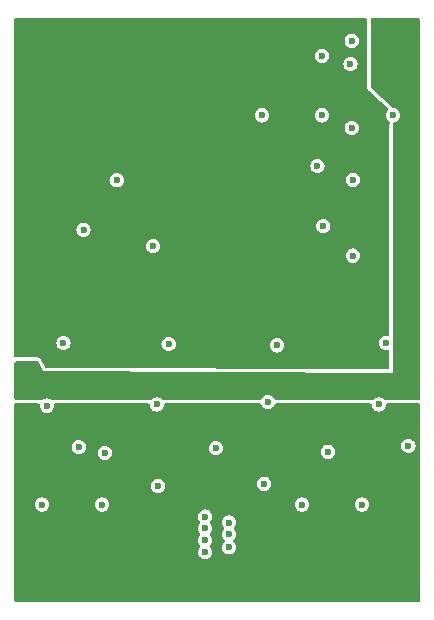
<source format=gbr>
%TF.GenerationSoftware,KiCad,Pcbnew,8.0.3-8.0.3-0~ubuntu22.04.1*%
%TF.CreationDate,2024-07-15T21:36:58+02:00*%
%TF.ProjectId,MT2AO8,4d543241-4f38-42e6-9b69-6361645f7063,rev?*%
%TF.SameCoordinates,Original*%
%TF.FileFunction,Copper,L2,Inr*%
%TF.FilePolarity,Positive*%
%FSLAX46Y46*%
G04 Gerber Fmt 4.6, Leading zero omitted, Abs format (unit mm)*
G04 Created by KiCad (PCBNEW 8.0.3-8.0.3-0~ubuntu22.04.1) date 2024-07-15 21:36:58*
%MOMM*%
%LPD*%
G01*
G04 APERTURE LIST*
%TA.AperFunction,ViaPad*%
%ADD10C,0.600000*%
%TD*%
G04 APERTURE END LIST*
D10*
%TO.N,*%
X152000000Y-115500000D03*
X150000000Y-114000000D03*
X150000000Y-115000000D03*
X152000000Y-114500000D03*
X150000000Y-116000000D03*
X152000000Y-116600000D03*
X150000000Y-117000000D03*
%TO.N,+5V*%
X165900000Y-80025000D03*
%TO.N,GND*%
X143000000Y-97200000D03*
X136700000Y-95500000D03*
X138900000Y-77600000D03*
X142600000Y-111300000D03*
X160700000Y-97100000D03*
X136700000Y-93500000D03*
X136700000Y-94500000D03*
X158490000Y-97100000D03*
X138900000Y-99700000D03*
X157200000Y-98000000D03*
X143900000Y-119000000D03*
X148000000Y-100000000D03*
X138600000Y-97400000D03*
X140800000Y-97300000D03*
X163000000Y-97100000D03*
X157200000Y-97100000D03*
%TO.N,+12V*%
X142300000Y-102600000D03*
X161000000Y-102500000D03*
X163100000Y-103700000D03*
X153600000Y-103500000D03*
X144600000Y-103500000D03*
X151800000Y-102600000D03*
X135100000Y-102400000D03*
X164900000Y-76100000D03*
X164900000Y-73900000D03*
%TO.N,+3V3*%
X162500000Y-91900000D03*
X145600000Y-91100000D03*
X162400000Y-81100000D03*
X139700000Y-89700000D03*
X160000000Y-89400000D03*
%TO.N,-12V*%
X150900000Y-108200000D03*
X162300000Y-75700000D03*
X141500000Y-108600000D03*
X162400000Y-73700000D03*
X139300000Y-108100000D03*
X167200000Y-108000000D03*
X160400000Y-108500000D03*
%TO.N,VREF_DAC*%
X165300000Y-99300000D03*
X146900000Y-99400000D03*
X146000000Y-111400000D03*
X138000000Y-99300000D03*
X154993455Y-111206545D03*
X156100000Y-99500000D03*
%TO.N,AO_CH0+*%
X136190000Y-112975000D03*
%TO.N,AO_CH1+*%
X136600000Y-104600000D03*
%TO.N,AO_CH2+*%
X141270000Y-112975000D03*
%TO.N,AO_CH3+*%
X145900000Y-104500000D03*
%TO.N,RX_DAC0*%
X159890000Y-80025000D03*
%TO.N,CS_DAC*%
X159500000Y-84336500D03*
X154810000Y-80025000D03*
%TO.N,RX_DAC1*%
X159890000Y-74975000D03*
%TO.N,CLK_DAC*%
X162500000Y-85480000D03*
X142500000Y-85530000D03*
%TO.N,AO_CH6+*%
X163270000Y-112975000D03*
%TO.N,AO_CH5+*%
X155300000Y-104300000D03*
%TO.N,AO_CH7+*%
X164700000Y-104500000D03*
%TO.N,AO_CH4+*%
X158190000Y-112975000D03*
%TD*%
%TA.AperFunction,Conductor*%
%TO.N,+12V*%
G36*
X168142539Y-71820185D02*
G01*
X168188294Y-71872989D01*
X168199500Y-71924500D01*
X168199500Y-103976000D01*
X168179815Y-104043039D01*
X168127011Y-104088794D01*
X168075500Y-104100000D01*
X165207233Y-104100000D01*
X165140194Y-104080315D01*
X165131747Y-104074376D01*
X165002842Y-103975464D01*
X164856762Y-103914956D01*
X164856760Y-103914955D01*
X164700001Y-103894318D01*
X164699999Y-103894318D01*
X164543239Y-103914955D01*
X164543237Y-103914956D01*
X164397157Y-103975464D01*
X164268253Y-104074376D01*
X164203084Y-104099570D01*
X164192767Y-104100000D01*
X155949988Y-104100000D01*
X155882949Y-104080315D01*
X155837194Y-104027511D01*
X155835427Y-104023452D01*
X155824537Y-103997161D01*
X155824536Y-103997160D01*
X155824536Y-103997159D01*
X155728282Y-103871718D01*
X155602841Y-103775464D01*
X155456762Y-103714956D01*
X155456760Y-103714955D01*
X155300001Y-103694318D01*
X155299999Y-103694318D01*
X155143239Y-103714955D01*
X155143237Y-103714956D01*
X154997160Y-103775463D01*
X154871718Y-103871718D01*
X154775462Y-103997161D01*
X154764573Y-104023452D01*
X154720733Y-104077856D01*
X154654439Y-104099921D01*
X154650012Y-104100000D01*
X146407233Y-104100000D01*
X146340194Y-104080315D01*
X146331747Y-104074376D01*
X146202842Y-103975464D01*
X146056762Y-103914956D01*
X146056760Y-103914955D01*
X145900001Y-103894318D01*
X145899999Y-103894318D01*
X145743239Y-103914955D01*
X145743237Y-103914956D01*
X145597157Y-103975464D01*
X145468253Y-104074376D01*
X145403084Y-104099570D01*
X145392767Y-104100000D01*
X136976908Y-104100000D01*
X136909869Y-104080315D01*
X136903561Y-104075880D01*
X136902842Y-104075465D01*
X136902841Y-104075464D01*
X136902839Y-104075463D01*
X136902837Y-104075462D01*
X136756762Y-104014956D01*
X136756760Y-104014955D01*
X136600001Y-103994318D01*
X136599999Y-103994318D01*
X136443239Y-104014955D01*
X136443237Y-104014956D01*
X136297162Y-104075462D01*
X136290125Y-104079526D01*
X136289236Y-104077987D01*
X136233411Y-104099570D01*
X136223092Y-104100000D01*
X133924500Y-104100000D01*
X133857461Y-104080315D01*
X133811706Y-104027511D01*
X133800500Y-103976000D01*
X133800500Y-101136794D01*
X133820185Y-101069755D01*
X133821326Y-101068011D01*
X133963189Y-100855217D01*
X134016754Y-100810356D01*
X134066363Y-100800000D01*
X135727037Y-100800000D01*
X135794076Y-100819685D01*
X135835432Y-100863780D01*
X136299999Y-101699999D01*
X136300000Y-101700000D01*
X165899999Y-101800000D01*
X165900000Y-101800000D01*
X165900000Y-99351285D01*
X165901061Y-99335099D01*
X165905682Y-99299999D01*
X165905682Y-99299998D01*
X165901061Y-99264899D01*
X165900000Y-99248714D01*
X165900000Y-80739426D01*
X165919685Y-80672387D01*
X165972489Y-80626632D01*
X166007812Y-80616488D01*
X166056762Y-80610044D01*
X166202841Y-80549536D01*
X166328282Y-80453282D01*
X166424536Y-80327841D01*
X166485044Y-80181762D01*
X166505682Y-80025000D01*
X166485044Y-79868238D01*
X166424536Y-79722159D01*
X166328282Y-79596718D01*
X166202841Y-79500464D01*
X166056762Y-79439956D01*
X166038192Y-79437511D01*
X165963277Y-79427648D01*
X165899380Y-79399381D01*
X165896780Y-79397119D01*
X164041317Y-77736967D01*
X164004482Y-77677596D01*
X164000000Y-77644557D01*
X164000000Y-71924500D01*
X164019685Y-71857461D01*
X164072489Y-71811706D01*
X164124000Y-71800500D01*
X168075500Y-71800500D01*
X168142539Y-71820185D01*
G37*
%TD.AperFunction*%
%TD*%
%TA.AperFunction,Conductor*%
%TO.N,GND*%
G36*
X135945569Y-104425185D02*
G01*
X135991324Y-104477989D01*
X136001469Y-104545686D01*
X135994318Y-104600000D01*
X135994318Y-104600001D01*
X136014955Y-104756760D01*
X136014956Y-104756762D01*
X136075464Y-104902841D01*
X136171718Y-105028282D01*
X136297159Y-105124536D01*
X136443238Y-105185044D01*
X136521619Y-105195363D01*
X136599999Y-105205682D01*
X136600000Y-105205682D01*
X136600001Y-105205682D01*
X136652254Y-105198802D01*
X136756762Y-105185044D01*
X136902841Y-105124536D01*
X137028282Y-105028282D01*
X137124536Y-104902841D01*
X137185044Y-104756762D01*
X137205682Y-104600000D01*
X137198531Y-104545684D01*
X137209296Y-104476651D01*
X137255676Y-104424395D01*
X137321470Y-104405500D01*
X145173132Y-104405500D01*
X145240171Y-104425185D01*
X145285926Y-104477989D01*
X145296071Y-104513315D01*
X145314955Y-104656760D01*
X145314956Y-104656762D01*
X145356376Y-104756760D01*
X145375464Y-104802841D01*
X145471718Y-104928282D01*
X145597159Y-105024536D01*
X145743238Y-105085044D01*
X145821619Y-105095363D01*
X145899999Y-105105682D01*
X145900000Y-105105682D01*
X145900001Y-105105682D01*
X145952254Y-105098802D01*
X146056762Y-105085044D01*
X146202841Y-105024536D01*
X146328282Y-104928282D01*
X146424536Y-104802841D01*
X146485044Y-104656762D01*
X146503929Y-104513314D01*
X146532195Y-104449418D01*
X146590520Y-104410947D01*
X146626868Y-104405500D01*
X154610869Y-104405500D01*
X154677908Y-104425185D01*
X154723663Y-104477989D01*
X154725430Y-104482048D01*
X154775462Y-104602838D01*
X154775463Y-104602840D01*
X154775464Y-104602841D01*
X154871718Y-104728282D01*
X154997159Y-104824536D01*
X155143238Y-104885044D01*
X155221619Y-104895363D01*
X155299999Y-104905682D01*
X155300000Y-104905682D01*
X155300001Y-104905682D01*
X155352254Y-104898802D01*
X155456762Y-104885044D01*
X155602841Y-104824536D01*
X155728282Y-104728282D01*
X155824536Y-104602841D01*
X155874570Y-104482047D01*
X155918411Y-104427644D01*
X155984705Y-104405579D01*
X155989131Y-104405500D01*
X163973132Y-104405500D01*
X164040171Y-104425185D01*
X164085926Y-104477989D01*
X164096071Y-104513315D01*
X164114955Y-104656760D01*
X164114956Y-104656762D01*
X164156376Y-104756760D01*
X164175464Y-104802841D01*
X164271718Y-104928282D01*
X164397159Y-105024536D01*
X164543238Y-105085044D01*
X164621619Y-105095363D01*
X164699999Y-105105682D01*
X164700000Y-105105682D01*
X164700001Y-105105682D01*
X164752254Y-105098802D01*
X164856762Y-105085044D01*
X165002841Y-105024536D01*
X165128282Y-104928282D01*
X165224536Y-104802841D01*
X165285044Y-104656762D01*
X165303929Y-104513314D01*
X165332195Y-104449418D01*
X165390520Y-104410947D01*
X165426868Y-104405500D01*
X168075500Y-104405500D01*
X168142539Y-104425185D01*
X168188294Y-104477989D01*
X168199500Y-104529500D01*
X168199500Y-121075500D01*
X168179815Y-121142539D01*
X168127011Y-121188294D01*
X168075500Y-121199500D01*
X133924500Y-121199500D01*
X133857461Y-121179815D01*
X133811706Y-121127011D01*
X133800500Y-121075500D01*
X133800500Y-113999998D01*
X149394318Y-113999998D01*
X149394318Y-114000001D01*
X149414955Y-114156760D01*
X149414956Y-114156762D01*
X149475464Y-114302842D01*
X149568826Y-114424514D01*
X149594020Y-114489683D01*
X149579981Y-114558128D01*
X149568826Y-114575486D01*
X149475464Y-114697157D01*
X149414956Y-114843237D01*
X149414955Y-114843239D01*
X149394318Y-114999998D01*
X149394318Y-115000001D01*
X149414955Y-115156760D01*
X149414956Y-115156762D01*
X149475464Y-115302842D01*
X149568826Y-115424514D01*
X149594020Y-115489683D01*
X149579981Y-115558128D01*
X149568826Y-115575486D01*
X149475464Y-115697157D01*
X149414956Y-115843237D01*
X149414955Y-115843239D01*
X149394318Y-115999998D01*
X149394318Y-116000001D01*
X149414955Y-116156760D01*
X149414956Y-116156762D01*
X149475464Y-116302842D01*
X149568826Y-116424514D01*
X149594020Y-116489683D01*
X149579981Y-116558128D01*
X149568826Y-116575486D01*
X149475464Y-116697157D01*
X149414956Y-116843237D01*
X149414955Y-116843239D01*
X149394318Y-116999998D01*
X149394318Y-117000001D01*
X149414955Y-117156760D01*
X149414956Y-117156762D01*
X149475464Y-117302841D01*
X149571718Y-117428282D01*
X149697159Y-117524536D01*
X149843238Y-117585044D01*
X149921619Y-117595363D01*
X149999999Y-117605682D01*
X150000000Y-117605682D01*
X150000001Y-117605682D01*
X150052254Y-117598802D01*
X150156762Y-117585044D01*
X150302841Y-117524536D01*
X150428282Y-117428282D01*
X150524536Y-117302841D01*
X150585044Y-117156762D01*
X150605682Y-117000000D01*
X150585044Y-116843238D01*
X150524536Y-116697159D01*
X150431171Y-116575484D01*
X150405979Y-116510317D01*
X150420017Y-116441873D01*
X150431167Y-116424521D01*
X150524536Y-116302841D01*
X150585044Y-116156762D01*
X150605682Y-116000000D01*
X150585044Y-115843238D01*
X150524536Y-115697159D01*
X150431171Y-115575484D01*
X150405979Y-115510317D01*
X150420017Y-115441873D01*
X150431167Y-115424521D01*
X150524536Y-115302841D01*
X150585044Y-115156762D01*
X150605682Y-115000000D01*
X150598029Y-114941873D01*
X150585044Y-114843239D01*
X150585044Y-114843238D01*
X150524536Y-114697159D01*
X150431171Y-114575484D01*
X150405979Y-114510317D01*
X150408095Y-114499998D01*
X151394318Y-114499998D01*
X151394318Y-114500001D01*
X151414955Y-114656760D01*
X151414956Y-114656762D01*
X151475464Y-114802842D01*
X151568826Y-114924514D01*
X151594020Y-114989683D01*
X151579981Y-115058128D01*
X151568826Y-115075486D01*
X151475464Y-115197157D01*
X151414956Y-115343237D01*
X151414955Y-115343239D01*
X151394318Y-115499998D01*
X151394318Y-115500001D01*
X151414955Y-115656760D01*
X151414956Y-115656762D01*
X151475464Y-115802841D01*
X151571718Y-115928282D01*
X151602140Y-115951625D01*
X151643341Y-116008052D01*
X151647496Y-116077798D01*
X151613283Y-116138719D01*
X151602146Y-116148369D01*
X151571719Y-116171717D01*
X151571718Y-116171718D01*
X151475463Y-116297160D01*
X151414956Y-116443237D01*
X151414955Y-116443239D01*
X151394318Y-116599998D01*
X151394318Y-116600001D01*
X151414955Y-116756760D01*
X151414956Y-116756762D01*
X151450775Y-116843238D01*
X151475464Y-116902841D01*
X151571718Y-117028282D01*
X151697159Y-117124536D01*
X151843238Y-117185044D01*
X151921619Y-117195363D01*
X151999999Y-117205682D01*
X152000000Y-117205682D01*
X152000001Y-117205682D01*
X152052254Y-117198802D01*
X152156762Y-117185044D01*
X152302841Y-117124536D01*
X152428282Y-117028282D01*
X152524536Y-116902841D01*
X152585044Y-116756762D01*
X152605682Y-116600000D01*
X152600169Y-116558128D01*
X152585044Y-116443239D01*
X152585044Y-116443238D01*
X152524536Y-116297159D01*
X152428282Y-116171718D01*
X152397860Y-116148374D01*
X152356658Y-116091949D01*
X152352503Y-116022203D01*
X152386714Y-115961282D01*
X152397851Y-115951631D01*
X152428282Y-115928282D01*
X152524536Y-115802841D01*
X152585044Y-115656762D01*
X152605682Y-115500000D01*
X152598029Y-115441873D01*
X152585044Y-115343239D01*
X152585044Y-115343238D01*
X152524536Y-115197159D01*
X152431171Y-115075484D01*
X152405979Y-115010317D01*
X152420017Y-114941873D01*
X152431167Y-114924521D01*
X152524536Y-114802841D01*
X152585044Y-114656762D01*
X152605682Y-114500000D01*
X152598029Y-114441873D01*
X152585044Y-114343239D01*
X152585044Y-114343238D01*
X152524536Y-114197159D01*
X152428282Y-114071718D01*
X152302841Y-113975464D01*
X152156762Y-113914956D01*
X152156760Y-113914955D01*
X152000001Y-113894318D01*
X151999999Y-113894318D01*
X151843239Y-113914955D01*
X151843237Y-113914956D01*
X151697160Y-113975463D01*
X151571718Y-114071718D01*
X151475463Y-114197160D01*
X151414956Y-114343237D01*
X151414955Y-114343239D01*
X151394318Y-114499998D01*
X150408095Y-114499998D01*
X150420017Y-114441873D01*
X150431167Y-114424521D01*
X150524536Y-114302841D01*
X150585044Y-114156762D01*
X150605682Y-114000000D01*
X150585044Y-113843238D01*
X150524536Y-113697159D01*
X150428282Y-113571718D01*
X150302841Y-113475464D01*
X150156762Y-113414956D01*
X150156760Y-113414955D01*
X150000001Y-113394318D01*
X149999999Y-113394318D01*
X149843239Y-113414955D01*
X149843237Y-113414956D01*
X149697160Y-113475463D01*
X149571718Y-113571718D01*
X149475463Y-113697160D01*
X149414956Y-113843237D01*
X149414955Y-113843239D01*
X149394318Y-113999998D01*
X133800500Y-113999998D01*
X133800500Y-112974998D01*
X135584318Y-112974998D01*
X135584318Y-112975001D01*
X135604955Y-113131760D01*
X135604956Y-113131762D01*
X135665464Y-113277841D01*
X135761718Y-113403282D01*
X135887159Y-113499536D01*
X136033238Y-113560044D01*
X136111619Y-113570363D01*
X136189999Y-113580682D01*
X136190000Y-113580682D01*
X136190001Y-113580682D01*
X136242254Y-113573802D01*
X136346762Y-113560044D01*
X136492841Y-113499536D01*
X136618282Y-113403282D01*
X136714536Y-113277841D01*
X136775044Y-113131762D01*
X136795682Y-112975000D01*
X136795682Y-112974998D01*
X140664318Y-112974998D01*
X140664318Y-112975001D01*
X140684955Y-113131760D01*
X140684956Y-113131762D01*
X140745464Y-113277841D01*
X140841718Y-113403282D01*
X140967159Y-113499536D01*
X141113238Y-113560044D01*
X141191619Y-113570363D01*
X141269999Y-113580682D01*
X141270000Y-113580682D01*
X141270001Y-113580682D01*
X141322254Y-113573802D01*
X141426762Y-113560044D01*
X141572841Y-113499536D01*
X141698282Y-113403282D01*
X141794536Y-113277841D01*
X141855044Y-113131762D01*
X141875682Y-112975000D01*
X141875682Y-112974998D01*
X157584318Y-112974998D01*
X157584318Y-112975001D01*
X157604955Y-113131760D01*
X157604956Y-113131762D01*
X157665464Y-113277841D01*
X157761718Y-113403282D01*
X157887159Y-113499536D01*
X158033238Y-113560044D01*
X158111619Y-113570363D01*
X158189999Y-113580682D01*
X158190000Y-113580682D01*
X158190001Y-113580682D01*
X158242254Y-113573802D01*
X158346762Y-113560044D01*
X158492841Y-113499536D01*
X158618282Y-113403282D01*
X158714536Y-113277841D01*
X158775044Y-113131762D01*
X158795682Y-112975000D01*
X158795682Y-112974998D01*
X162664318Y-112974998D01*
X162664318Y-112975001D01*
X162684955Y-113131760D01*
X162684956Y-113131762D01*
X162745464Y-113277841D01*
X162841718Y-113403282D01*
X162967159Y-113499536D01*
X163113238Y-113560044D01*
X163191619Y-113570363D01*
X163269999Y-113580682D01*
X163270000Y-113580682D01*
X163270001Y-113580682D01*
X163322254Y-113573802D01*
X163426762Y-113560044D01*
X163572841Y-113499536D01*
X163698282Y-113403282D01*
X163794536Y-113277841D01*
X163855044Y-113131762D01*
X163875682Y-112975000D01*
X163855044Y-112818238D01*
X163794536Y-112672159D01*
X163698282Y-112546718D01*
X163572841Y-112450464D01*
X163426762Y-112389956D01*
X163426760Y-112389955D01*
X163270001Y-112369318D01*
X163269999Y-112369318D01*
X163113239Y-112389955D01*
X163113237Y-112389956D01*
X162967160Y-112450463D01*
X162841718Y-112546718D01*
X162745463Y-112672160D01*
X162684956Y-112818237D01*
X162684955Y-112818239D01*
X162664318Y-112974998D01*
X158795682Y-112974998D01*
X158775044Y-112818238D01*
X158714536Y-112672159D01*
X158618282Y-112546718D01*
X158492841Y-112450464D01*
X158346762Y-112389956D01*
X158346760Y-112389955D01*
X158190001Y-112369318D01*
X158189999Y-112369318D01*
X158033239Y-112389955D01*
X158033237Y-112389956D01*
X157887160Y-112450463D01*
X157761718Y-112546718D01*
X157665463Y-112672160D01*
X157604956Y-112818237D01*
X157604955Y-112818239D01*
X157584318Y-112974998D01*
X141875682Y-112974998D01*
X141855044Y-112818238D01*
X141794536Y-112672159D01*
X141698282Y-112546718D01*
X141572841Y-112450464D01*
X141426762Y-112389956D01*
X141426760Y-112389955D01*
X141270001Y-112369318D01*
X141269999Y-112369318D01*
X141113239Y-112389955D01*
X141113237Y-112389956D01*
X140967160Y-112450463D01*
X140841718Y-112546718D01*
X140745463Y-112672160D01*
X140684956Y-112818237D01*
X140684955Y-112818239D01*
X140664318Y-112974998D01*
X136795682Y-112974998D01*
X136775044Y-112818238D01*
X136714536Y-112672159D01*
X136618282Y-112546718D01*
X136492841Y-112450464D01*
X136346762Y-112389956D01*
X136346760Y-112389955D01*
X136190001Y-112369318D01*
X136189999Y-112369318D01*
X136033239Y-112389955D01*
X136033237Y-112389956D01*
X135887160Y-112450463D01*
X135761718Y-112546718D01*
X135665463Y-112672160D01*
X135604956Y-112818237D01*
X135604955Y-112818239D01*
X135584318Y-112974998D01*
X133800500Y-112974998D01*
X133800500Y-111399998D01*
X145394318Y-111399998D01*
X145394318Y-111400001D01*
X145414955Y-111556760D01*
X145414956Y-111556762D01*
X145475464Y-111702841D01*
X145571718Y-111828282D01*
X145697159Y-111924536D01*
X145843238Y-111985044D01*
X145921619Y-111995363D01*
X145999999Y-112005682D01*
X146000000Y-112005682D01*
X146000001Y-112005682D01*
X146052254Y-111998802D01*
X146156762Y-111985044D01*
X146302841Y-111924536D01*
X146428282Y-111828282D01*
X146524536Y-111702841D01*
X146585044Y-111556762D01*
X146605682Y-111400000D01*
X146585044Y-111243238D01*
X146569844Y-111206543D01*
X154387773Y-111206543D01*
X154387773Y-111206546D01*
X154408410Y-111363305D01*
X154408411Y-111363307D01*
X154468919Y-111509386D01*
X154565173Y-111634827D01*
X154690614Y-111731081D01*
X154836693Y-111791589D01*
X154915074Y-111801908D01*
X154993454Y-111812227D01*
X154993455Y-111812227D01*
X154993456Y-111812227D01*
X155045709Y-111805347D01*
X155150217Y-111791589D01*
X155296296Y-111731081D01*
X155421737Y-111634827D01*
X155517991Y-111509386D01*
X155578499Y-111363307D01*
X155599137Y-111206545D01*
X155578499Y-111049783D01*
X155517991Y-110903704D01*
X155421737Y-110778263D01*
X155296296Y-110682009D01*
X155150217Y-110621501D01*
X155150215Y-110621500D01*
X154993456Y-110600863D01*
X154993454Y-110600863D01*
X154836694Y-110621500D01*
X154836692Y-110621501D01*
X154690615Y-110682008D01*
X154565173Y-110778263D01*
X154468918Y-110903705D01*
X154408411Y-111049782D01*
X154408410Y-111049784D01*
X154387773Y-111206543D01*
X146569844Y-111206543D01*
X146524536Y-111097159D01*
X146428282Y-110971718D01*
X146302841Y-110875464D01*
X146156762Y-110814956D01*
X146156760Y-110814955D01*
X146000001Y-110794318D01*
X145999999Y-110794318D01*
X145843239Y-110814955D01*
X145843237Y-110814956D01*
X145697160Y-110875463D01*
X145571718Y-110971718D01*
X145475463Y-111097160D01*
X145414956Y-111243237D01*
X145414955Y-111243239D01*
X145394318Y-111399998D01*
X133800500Y-111399998D01*
X133800500Y-108099998D01*
X138694318Y-108099998D01*
X138694318Y-108100001D01*
X138714955Y-108256760D01*
X138714956Y-108256762D01*
X138756376Y-108356760D01*
X138775464Y-108402841D01*
X138871718Y-108528282D01*
X138997159Y-108624536D01*
X139143238Y-108685044D01*
X139221619Y-108695363D01*
X139299999Y-108705682D01*
X139300000Y-108705682D01*
X139300001Y-108705682D01*
X139352254Y-108698802D01*
X139456762Y-108685044D01*
X139602841Y-108624536D01*
X139634820Y-108599998D01*
X140894318Y-108599998D01*
X140894318Y-108600001D01*
X140914955Y-108756760D01*
X140914956Y-108756762D01*
X140975464Y-108902841D01*
X141071718Y-109028282D01*
X141197159Y-109124536D01*
X141343238Y-109185044D01*
X141421619Y-109195363D01*
X141499999Y-109205682D01*
X141500000Y-109205682D01*
X141500001Y-109205682D01*
X141552254Y-109198802D01*
X141656762Y-109185044D01*
X141802841Y-109124536D01*
X141928282Y-109028282D01*
X142024536Y-108902841D01*
X142085044Y-108756762D01*
X142105682Y-108600000D01*
X142085044Y-108443238D01*
X142024536Y-108297159D01*
X141949982Y-108199998D01*
X150294318Y-108199998D01*
X150294318Y-108200001D01*
X150314955Y-108356760D01*
X150314956Y-108356762D01*
X150374287Y-108500001D01*
X150375464Y-108502841D01*
X150471718Y-108628282D01*
X150597159Y-108724536D01*
X150743238Y-108785044D01*
X150821619Y-108795363D01*
X150899999Y-108805682D01*
X150900000Y-108805682D01*
X150900001Y-108805682D01*
X150952254Y-108798802D01*
X151056762Y-108785044D01*
X151202841Y-108724536D01*
X151328282Y-108628282D01*
X151424536Y-108502841D01*
X151425714Y-108499998D01*
X159794318Y-108499998D01*
X159794318Y-108500001D01*
X159814955Y-108656760D01*
X159814956Y-108656762D01*
X159856376Y-108756760D01*
X159875464Y-108802841D01*
X159971718Y-108928282D01*
X160097159Y-109024536D01*
X160243238Y-109085044D01*
X160321619Y-109095363D01*
X160399999Y-109105682D01*
X160400000Y-109105682D01*
X160400001Y-109105682D01*
X160452254Y-109098802D01*
X160556762Y-109085044D01*
X160702841Y-109024536D01*
X160828282Y-108928282D01*
X160924536Y-108802841D01*
X160985044Y-108656762D01*
X161005682Y-108500000D01*
X160985044Y-108343238D01*
X160924536Y-108197159D01*
X160828282Y-108071718D01*
X160734814Y-107999998D01*
X166594318Y-107999998D01*
X166594318Y-108000001D01*
X166614955Y-108156760D01*
X166614956Y-108156762D01*
X166656376Y-108256760D01*
X166675464Y-108302841D01*
X166771718Y-108428282D01*
X166897159Y-108524536D01*
X167043238Y-108585044D01*
X167121619Y-108595363D01*
X167199999Y-108605682D01*
X167200000Y-108605682D01*
X167200001Y-108605682D01*
X167252254Y-108598802D01*
X167356762Y-108585044D01*
X167502841Y-108524536D01*
X167628282Y-108428282D01*
X167724536Y-108302841D01*
X167785044Y-108156762D01*
X167805682Y-108000000D01*
X167785044Y-107843238D01*
X167724536Y-107697159D01*
X167628282Y-107571718D01*
X167502841Y-107475464D01*
X167356762Y-107414956D01*
X167356760Y-107414955D01*
X167200001Y-107394318D01*
X167199999Y-107394318D01*
X167043239Y-107414955D01*
X167043237Y-107414956D01*
X166897160Y-107475463D01*
X166771718Y-107571718D01*
X166675463Y-107697160D01*
X166614956Y-107843237D01*
X166614955Y-107843239D01*
X166594318Y-107999998D01*
X160734814Y-107999998D01*
X160702841Y-107975464D01*
X160556762Y-107914956D01*
X160556760Y-107914955D01*
X160400001Y-107894318D01*
X160399999Y-107894318D01*
X160243239Y-107914955D01*
X160243237Y-107914956D01*
X160097160Y-107975463D01*
X159971718Y-108071718D01*
X159875463Y-108197160D01*
X159814956Y-108343237D01*
X159814955Y-108343239D01*
X159794318Y-108499998D01*
X151425714Y-108499998D01*
X151485044Y-108356762D01*
X151505682Y-108200000D01*
X151499989Y-108156760D01*
X151485044Y-108043239D01*
X151485044Y-108043238D01*
X151424536Y-107897159D01*
X151328282Y-107771718D01*
X151202841Y-107675464D01*
X151193797Y-107671718D01*
X151056762Y-107614956D01*
X151056760Y-107614955D01*
X150900001Y-107594318D01*
X150899999Y-107594318D01*
X150743239Y-107614955D01*
X150743237Y-107614956D01*
X150597160Y-107675463D01*
X150471718Y-107771718D01*
X150375463Y-107897160D01*
X150314956Y-108043237D01*
X150314955Y-108043239D01*
X150294318Y-108199998D01*
X141949982Y-108199998D01*
X141928282Y-108171718D01*
X141802841Y-108075464D01*
X141793797Y-108071718D01*
X141656762Y-108014956D01*
X141656760Y-108014955D01*
X141500001Y-107994318D01*
X141499999Y-107994318D01*
X141343239Y-108014955D01*
X141343237Y-108014956D01*
X141197160Y-108075463D01*
X141071718Y-108171718D01*
X140975463Y-108297160D01*
X140914956Y-108443237D01*
X140914955Y-108443239D01*
X140894318Y-108599998D01*
X139634820Y-108599998D01*
X139728282Y-108528282D01*
X139824536Y-108402841D01*
X139885044Y-108256762D01*
X139905682Y-108100000D01*
X139885044Y-107943238D01*
X139824536Y-107797159D01*
X139728282Y-107671718D01*
X139602841Y-107575464D01*
X139593797Y-107571718D01*
X139456762Y-107514956D01*
X139456760Y-107514955D01*
X139300001Y-107494318D01*
X139299999Y-107494318D01*
X139143239Y-107514955D01*
X139143237Y-107514956D01*
X138997160Y-107575463D01*
X138871718Y-107671718D01*
X138775463Y-107797160D01*
X138714956Y-107943237D01*
X138714955Y-107943239D01*
X138694318Y-108099998D01*
X133800500Y-108099998D01*
X133800500Y-104529500D01*
X133820185Y-104462461D01*
X133872989Y-104416706D01*
X133924500Y-104405500D01*
X135878530Y-104405500D01*
X135945569Y-104425185D01*
G37*
%TD.AperFunction*%
%TA.AperFunction,Conductor*%
G36*
X163637539Y-71820185D02*
G01*
X163683294Y-71872989D01*
X163694500Y-71924500D01*
X163694500Y-77644557D01*
X163697271Y-77685603D01*
X163697274Y-77685632D01*
X163701755Y-77718662D01*
X163704233Y-77734000D01*
X163744885Y-77838652D01*
X163744888Y-77838658D01*
X163781722Y-77898029D01*
X163837606Y-77964633D01*
X163837609Y-77964635D01*
X163837611Y-77964638D01*
X164861049Y-78880346D01*
X165463745Y-79419601D01*
X165500580Y-79478972D01*
X165499469Y-79548833D01*
X165475144Y-79589103D01*
X165476666Y-79590271D01*
X165471720Y-79596716D01*
X165471718Y-79596718D01*
X165393728Y-79698356D01*
X165375463Y-79722160D01*
X165314956Y-79868237D01*
X165314955Y-79868239D01*
X165294318Y-80024998D01*
X165294318Y-80025001D01*
X165314955Y-80181760D01*
X165314956Y-80181762D01*
X165375464Y-80327841D01*
X165471717Y-80453281D01*
X165471719Y-80453283D01*
X165562527Y-80522962D01*
X165603730Y-80579390D01*
X165607885Y-80649136D01*
X165607336Y-80651233D01*
X165606878Y-80653338D01*
X165594500Y-80739428D01*
X165594500Y-98591694D01*
X165574815Y-98658733D01*
X165522011Y-98704488D01*
X165454315Y-98714633D01*
X165300001Y-98694318D01*
X165299999Y-98694318D01*
X165143239Y-98714955D01*
X165143237Y-98714956D01*
X164997160Y-98775463D01*
X164871718Y-98871718D01*
X164775463Y-98997160D01*
X164714956Y-99143237D01*
X164714955Y-99143239D01*
X164694318Y-99299998D01*
X164694318Y-99300001D01*
X164714955Y-99456760D01*
X164714956Y-99456762D01*
X164756376Y-99556760D01*
X164775464Y-99602841D01*
X164871718Y-99728282D01*
X164997159Y-99824536D01*
X165143238Y-99885044D01*
X165221619Y-99895363D01*
X165299999Y-99905682D01*
X165300000Y-99905682D01*
X165300001Y-99905682D01*
X165372540Y-99896132D01*
X165454315Y-99885366D01*
X165523350Y-99896132D01*
X165575606Y-99942511D01*
X165594500Y-100008305D01*
X165594500Y-101369046D01*
X165574815Y-101436085D01*
X165522011Y-101481840D01*
X165470081Y-101493045D01*
X136552772Y-101395351D01*
X136485800Y-101375440D01*
X136444796Y-101331572D01*
X136102489Y-100715420D01*
X136102487Y-100715416D01*
X136058263Y-100654790D01*
X136016907Y-100610695D01*
X135980224Y-100577447D01*
X135880148Y-100526561D01*
X135880147Y-100526560D01*
X135880146Y-100526560D01*
X135813115Y-100506877D01*
X135813109Y-100506876D01*
X135727037Y-100494500D01*
X134066363Y-100494500D01*
X134066362Y-100494500D01*
X134050756Y-100496111D01*
X134003935Y-100500947D01*
X133969938Y-100508044D01*
X133954306Y-100511307D01*
X133953509Y-100511499D01*
X133953410Y-100511494D01*
X133952477Y-100511689D01*
X133952426Y-100511445D01*
X133883725Y-100508044D01*
X133826886Y-100467410D01*
X133801040Y-100402496D01*
X133800500Y-100390940D01*
X133800500Y-99299998D01*
X137394318Y-99299998D01*
X137394318Y-99300001D01*
X137414955Y-99456760D01*
X137414956Y-99456762D01*
X137456376Y-99556760D01*
X137475464Y-99602841D01*
X137571718Y-99728282D01*
X137697159Y-99824536D01*
X137843238Y-99885044D01*
X137921619Y-99895363D01*
X137999999Y-99905682D01*
X138000000Y-99905682D01*
X138000001Y-99905682D01*
X138052254Y-99898802D01*
X138156762Y-99885044D01*
X138302841Y-99824536D01*
X138428282Y-99728282D01*
X138524536Y-99602841D01*
X138585044Y-99456762D01*
X138592517Y-99399998D01*
X146294318Y-99399998D01*
X146294318Y-99400001D01*
X146314955Y-99556760D01*
X146314956Y-99556762D01*
X146356376Y-99656760D01*
X146375464Y-99702841D01*
X146471718Y-99828282D01*
X146597159Y-99924536D01*
X146743238Y-99985044D01*
X146821619Y-99995363D01*
X146899999Y-100005682D01*
X146900000Y-100005682D01*
X146900001Y-100005682D01*
X146952254Y-99998802D01*
X147056762Y-99985044D01*
X147202841Y-99924536D01*
X147328282Y-99828282D01*
X147424536Y-99702841D01*
X147485044Y-99556762D01*
X147492517Y-99499998D01*
X155494318Y-99499998D01*
X155494318Y-99500001D01*
X155514955Y-99656760D01*
X155514956Y-99656762D01*
X155575464Y-99802841D01*
X155671718Y-99928282D01*
X155797159Y-100024536D01*
X155943238Y-100085044D01*
X156021619Y-100095363D01*
X156099999Y-100105682D01*
X156100000Y-100105682D01*
X156100001Y-100105682D01*
X156152254Y-100098802D01*
X156256762Y-100085044D01*
X156402841Y-100024536D01*
X156528282Y-99928282D01*
X156624536Y-99802841D01*
X156685044Y-99656762D01*
X156705682Y-99500000D01*
X156699989Y-99456760D01*
X156685044Y-99343239D01*
X156685044Y-99343238D01*
X156624536Y-99197159D01*
X156528282Y-99071718D01*
X156402841Y-98975464D01*
X156393797Y-98971718D01*
X156256762Y-98914956D01*
X156256760Y-98914955D01*
X156100001Y-98894318D01*
X156099999Y-98894318D01*
X155943239Y-98914955D01*
X155943237Y-98914956D01*
X155797160Y-98975463D01*
X155671718Y-99071718D01*
X155575463Y-99197160D01*
X155514956Y-99343237D01*
X155514955Y-99343239D01*
X155494318Y-99499998D01*
X147492517Y-99499998D01*
X147505682Y-99400000D01*
X147485044Y-99243238D01*
X147424536Y-99097159D01*
X147328282Y-98971718D01*
X147202841Y-98875464D01*
X147193797Y-98871718D01*
X147056762Y-98814956D01*
X147056760Y-98814955D01*
X146900001Y-98794318D01*
X146899999Y-98794318D01*
X146743239Y-98814955D01*
X146743237Y-98814956D01*
X146597160Y-98875463D01*
X146471718Y-98971718D01*
X146375463Y-99097160D01*
X146314956Y-99243237D01*
X146314955Y-99243239D01*
X146294318Y-99399998D01*
X138592517Y-99399998D01*
X138605682Y-99300000D01*
X138585044Y-99143238D01*
X138524536Y-98997159D01*
X138428282Y-98871718D01*
X138302841Y-98775464D01*
X138156762Y-98714956D01*
X138156760Y-98714955D01*
X138000001Y-98694318D01*
X137999999Y-98694318D01*
X137843239Y-98714955D01*
X137843237Y-98714956D01*
X137697160Y-98775463D01*
X137571718Y-98871718D01*
X137475463Y-98997160D01*
X137414956Y-99143237D01*
X137414955Y-99143239D01*
X137394318Y-99299998D01*
X133800500Y-99299998D01*
X133800500Y-91899998D01*
X161894318Y-91899998D01*
X161894318Y-91900001D01*
X161914955Y-92056760D01*
X161914956Y-92056762D01*
X161975464Y-92202841D01*
X162071718Y-92328282D01*
X162197159Y-92424536D01*
X162343238Y-92485044D01*
X162421619Y-92495363D01*
X162499999Y-92505682D01*
X162500000Y-92505682D01*
X162500001Y-92505682D01*
X162552254Y-92498802D01*
X162656762Y-92485044D01*
X162802841Y-92424536D01*
X162928282Y-92328282D01*
X163024536Y-92202841D01*
X163085044Y-92056762D01*
X163105682Y-91900000D01*
X163085044Y-91743238D01*
X163024536Y-91597159D01*
X162928282Y-91471718D01*
X162802841Y-91375464D01*
X162656762Y-91314956D01*
X162656760Y-91314955D01*
X162500001Y-91294318D01*
X162499999Y-91294318D01*
X162343239Y-91314955D01*
X162343237Y-91314956D01*
X162197160Y-91375463D01*
X162071718Y-91471718D01*
X161975463Y-91597160D01*
X161914956Y-91743237D01*
X161914955Y-91743239D01*
X161894318Y-91899998D01*
X133800500Y-91899998D01*
X133800500Y-91099998D01*
X144994318Y-91099998D01*
X144994318Y-91100001D01*
X145014955Y-91256760D01*
X145014956Y-91256762D01*
X145075464Y-91402841D01*
X145171718Y-91528282D01*
X145297159Y-91624536D01*
X145443238Y-91685044D01*
X145521619Y-91695363D01*
X145599999Y-91705682D01*
X145600000Y-91705682D01*
X145600001Y-91705682D01*
X145652254Y-91698802D01*
X145756762Y-91685044D01*
X145902841Y-91624536D01*
X146028282Y-91528282D01*
X146124536Y-91402841D01*
X146185044Y-91256762D01*
X146205682Y-91100000D01*
X146185044Y-90943238D01*
X146124536Y-90797159D01*
X146028282Y-90671718D01*
X145902841Y-90575464D01*
X145756762Y-90514956D01*
X145756760Y-90514955D01*
X145600001Y-90494318D01*
X145599999Y-90494318D01*
X145443239Y-90514955D01*
X145443237Y-90514956D01*
X145297160Y-90575463D01*
X145171718Y-90671718D01*
X145075463Y-90797160D01*
X145014956Y-90943237D01*
X145014955Y-90943239D01*
X144994318Y-91099998D01*
X133800500Y-91099998D01*
X133800500Y-89699998D01*
X139094318Y-89699998D01*
X139094318Y-89700001D01*
X139114955Y-89856760D01*
X139114956Y-89856762D01*
X139175464Y-90002841D01*
X139271718Y-90128282D01*
X139397159Y-90224536D01*
X139543238Y-90285044D01*
X139621619Y-90295363D01*
X139699999Y-90305682D01*
X139700000Y-90305682D01*
X139700001Y-90305682D01*
X139752254Y-90298802D01*
X139856762Y-90285044D01*
X140002841Y-90224536D01*
X140128282Y-90128282D01*
X140224536Y-90002841D01*
X140285044Y-89856762D01*
X140305682Y-89700000D01*
X140285044Y-89543238D01*
X140225712Y-89399998D01*
X159394318Y-89399998D01*
X159394318Y-89400001D01*
X159414955Y-89556760D01*
X159414956Y-89556762D01*
X159474287Y-89700001D01*
X159475464Y-89702841D01*
X159571718Y-89828282D01*
X159697159Y-89924536D01*
X159843238Y-89985044D01*
X159921619Y-89995363D01*
X159999999Y-90005682D01*
X160000000Y-90005682D01*
X160000001Y-90005682D01*
X160052254Y-89998802D01*
X160156762Y-89985044D01*
X160302841Y-89924536D01*
X160428282Y-89828282D01*
X160524536Y-89702841D01*
X160585044Y-89556762D01*
X160605682Y-89400000D01*
X160585044Y-89243238D01*
X160524536Y-89097159D01*
X160428282Y-88971718D01*
X160302841Y-88875464D01*
X160156762Y-88814956D01*
X160156760Y-88814955D01*
X160000001Y-88794318D01*
X159999999Y-88794318D01*
X159843239Y-88814955D01*
X159843237Y-88814956D01*
X159697160Y-88875463D01*
X159571718Y-88971718D01*
X159475463Y-89097160D01*
X159414956Y-89243237D01*
X159414955Y-89243239D01*
X159394318Y-89399998D01*
X140225712Y-89399998D01*
X140224536Y-89397159D01*
X140128282Y-89271718D01*
X140002841Y-89175464D01*
X139856762Y-89114956D01*
X139856760Y-89114955D01*
X139700001Y-89094318D01*
X139699999Y-89094318D01*
X139543239Y-89114955D01*
X139543237Y-89114956D01*
X139397160Y-89175463D01*
X139271718Y-89271718D01*
X139175463Y-89397160D01*
X139114956Y-89543237D01*
X139114955Y-89543239D01*
X139094318Y-89699998D01*
X133800500Y-89699998D01*
X133800500Y-85529998D01*
X141894318Y-85529998D01*
X141894318Y-85530001D01*
X141914955Y-85686760D01*
X141914956Y-85686762D01*
X141975464Y-85832841D01*
X142071718Y-85958282D01*
X142197159Y-86054536D01*
X142343238Y-86115044D01*
X142421619Y-86125363D01*
X142499999Y-86135682D01*
X142500000Y-86135682D01*
X142500001Y-86135682D01*
X142552254Y-86128802D01*
X142656762Y-86115044D01*
X142802841Y-86054536D01*
X142928282Y-85958282D01*
X143024536Y-85832841D01*
X143085044Y-85686762D01*
X143105682Y-85530000D01*
X143099099Y-85480000D01*
X143099099Y-85479998D01*
X161894318Y-85479998D01*
X161894318Y-85480001D01*
X161914955Y-85636760D01*
X161914956Y-85636762D01*
X161975464Y-85782841D01*
X162071718Y-85908282D01*
X162197159Y-86004536D01*
X162343238Y-86065044D01*
X162421619Y-86075363D01*
X162499999Y-86085682D01*
X162500000Y-86085682D01*
X162500001Y-86085682D01*
X162552254Y-86078802D01*
X162656762Y-86065044D01*
X162802841Y-86004536D01*
X162928282Y-85908282D01*
X163024536Y-85782841D01*
X163085044Y-85636762D01*
X163105682Y-85480000D01*
X163085044Y-85323238D01*
X163024536Y-85177159D01*
X162928282Y-85051718D01*
X162802841Y-84955464D01*
X162777472Y-84944956D01*
X162656762Y-84894956D01*
X162656760Y-84894955D01*
X162500001Y-84874318D01*
X162499999Y-84874318D01*
X162343239Y-84894955D01*
X162343237Y-84894956D01*
X162197160Y-84955463D01*
X162071718Y-85051718D01*
X161975463Y-85177160D01*
X161914956Y-85323237D01*
X161914955Y-85323239D01*
X161894318Y-85479998D01*
X143099099Y-85479998D01*
X143085044Y-85373239D01*
X143085044Y-85373238D01*
X143024536Y-85227159D01*
X142928282Y-85101718D01*
X142802841Y-85005464D01*
X142656762Y-84944956D01*
X142656760Y-84944955D01*
X142500001Y-84924318D01*
X142499999Y-84924318D01*
X142343239Y-84944955D01*
X142343237Y-84944956D01*
X142197160Y-85005463D01*
X142071718Y-85101718D01*
X141975463Y-85227160D01*
X141914956Y-85373237D01*
X141914955Y-85373239D01*
X141894318Y-85529998D01*
X133800500Y-85529998D01*
X133800500Y-84336498D01*
X158894318Y-84336498D01*
X158894318Y-84336501D01*
X158914955Y-84493260D01*
X158914956Y-84493262D01*
X158975464Y-84639341D01*
X159071718Y-84764782D01*
X159197159Y-84861036D01*
X159343238Y-84921544D01*
X159364309Y-84924318D01*
X159499999Y-84942182D01*
X159500000Y-84942182D01*
X159500001Y-84942182D01*
X159552254Y-84935302D01*
X159656762Y-84921544D01*
X159802841Y-84861036D01*
X159928282Y-84764782D01*
X160024536Y-84639341D01*
X160085044Y-84493262D01*
X160105682Y-84336500D01*
X160085044Y-84179738D01*
X160024536Y-84033659D01*
X159928282Y-83908218D01*
X159802841Y-83811964D01*
X159656762Y-83751456D01*
X159656760Y-83751455D01*
X159500001Y-83730818D01*
X159499999Y-83730818D01*
X159343239Y-83751455D01*
X159343237Y-83751456D01*
X159197160Y-83811963D01*
X159071718Y-83908218D01*
X158975463Y-84033660D01*
X158914956Y-84179737D01*
X158914955Y-84179739D01*
X158894318Y-84336498D01*
X133800500Y-84336498D01*
X133800500Y-81099998D01*
X161794318Y-81099998D01*
X161794318Y-81100001D01*
X161814955Y-81256760D01*
X161814956Y-81256762D01*
X161875464Y-81402841D01*
X161971718Y-81528282D01*
X162097159Y-81624536D01*
X162243238Y-81685044D01*
X162321619Y-81695363D01*
X162399999Y-81705682D01*
X162400000Y-81705682D01*
X162400001Y-81705682D01*
X162452254Y-81698802D01*
X162556762Y-81685044D01*
X162702841Y-81624536D01*
X162828282Y-81528282D01*
X162924536Y-81402841D01*
X162985044Y-81256762D01*
X163005682Y-81100000D01*
X162985044Y-80943238D01*
X162924536Y-80797159D01*
X162828282Y-80671718D01*
X162702841Y-80575464D01*
X162679978Y-80565994D01*
X162556762Y-80514956D01*
X162556760Y-80514955D01*
X162400001Y-80494318D01*
X162399999Y-80494318D01*
X162243239Y-80514955D01*
X162243237Y-80514956D01*
X162097160Y-80575463D01*
X161971718Y-80671718D01*
X161875463Y-80797160D01*
X161814956Y-80943237D01*
X161814955Y-80943239D01*
X161794318Y-81099998D01*
X133800500Y-81099998D01*
X133800500Y-80024998D01*
X154204318Y-80024998D01*
X154204318Y-80025001D01*
X154224955Y-80181760D01*
X154224956Y-80181762D01*
X154285464Y-80327841D01*
X154381718Y-80453282D01*
X154507159Y-80549536D01*
X154653238Y-80610044D01*
X154731619Y-80620363D01*
X154809999Y-80630682D01*
X154810000Y-80630682D01*
X154810001Y-80630682D01*
X154862254Y-80623802D01*
X154966762Y-80610044D01*
X155112841Y-80549536D01*
X155238282Y-80453282D01*
X155334536Y-80327841D01*
X155395044Y-80181762D01*
X155415682Y-80025000D01*
X155415682Y-80024998D01*
X159284318Y-80024998D01*
X159284318Y-80025001D01*
X159304955Y-80181760D01*
X159304956Y-80181762D01*
X159365464Y-80327841D01*
X159461718Y-80453282D01*
X159587159Y-80549536D01*
X159733238Y-80610044D01*
X159811619Y-80620363D01*
X159889999Y-80630682D01*
X159890000Y-80630682D01*
X159890001Y-80630682D01*
X159942254Y-80623802D01*
X160046762Y-80610044D01*
X160192841Y-80549536D01*
X160318282Y-80453282D01*
X160414536Y-80327841D01*
X160475044Y-80181762D01*
X160495682Y-80025000D01*
X160475044Y-79868238D01*
X160414536Y-79722159D01*
X160318282Y-79596718D01*
X160192841Y-79500464D01*
X160046762Y-79439956D01*
X160046760Y-79439955D01*
X159890001Y-79419318D01*
X159889999Y-79419318D01*
X159733239Y-79439955D01*
X159733237Y-79439956D01*
X159587160Y-79500463D01*
X159461718Y-79596718D01*
X159365463Y-79722160D01*
X159304956Y-79868237D01*
X159304955Y-79868239D01*
X159284318Y-80024998D01*
X155415682Y-80024998D01*
X155395044Y-79868238D01*
X155334536Y-79722159D01*
X155238282Y-79596718D01*
X155112841Y-79500464D01*
X154966762Y-79439956D01*
X154966760Y-79439955D01*
X154810001Y-79419318D01*
X154809999Y-79419318D01*
X154653239Y-79439955D01*
X154653237Y-79439956D01*
X154507160Y-79500463D01*
X154381718Y-79596718D01*
X154285463Y-79722160D01*
X154224956Y-79868237D01*
X154224955Y-79868239D01*
X154204318Y-80024998D01*
X133800500Y-80024998D01*
X133800500Y-75699998D01*
X161694318Y-75699998D01*
X161694318Y-75700001D01*
X161714955Y-75856760D01*
X161714956Y-75856762D01*
X161775464Y-76002841D01*
X161871718Y-76128282D01*
X161997159Y-76224536D01*
X162143238Y-76285044D01*
X162221619Y-76295363D01*
X162299999Y-76305682D01*
X162300000Y-76305682D01*
X162300001Y-76305682D01*
X162352254Y-76298802D01*
X162456762Y-76285044D01*
X162602841Y-76224536D01*
X162728282Y-76128282D01*
X162824536Y-76002841D01*
X162885044Y-75856762D01*
X162905682Y-75700000D01*
X162885044Y-75543238D01*
X162824536Y-75397159D01*
X162728282Y-75271718D01*
X162602841Y-75175464D01*
X162456762Y-75114956D01*
X162456760Y-75114955D01*
X162300001Y-75094318D01*
X162299999Y-75094318D01*
X162143239Y-75114955D01*
X162143237Y-75114956D01*
X161997160Y-75175463D01*
X161871718Y-75271718D01*
X161775463Y-75397160D01*
X161714956Y-75543237D01*
X161714955Y-75543239D01*
X161694318Y-75699998D01*
X133800500Y-75699998D01*
X133800500Y-74974998D01*
X159284318Y-74974998D01*
X159284318Y-74975001D01*
X159304955Y-75131760D01*
X159304956Y-75131762D01*
X159365464Y-75277841D01*
X159461718Y-75403282D01*
X159587159Y-75499536D01*
X159733238Y-75560044D01*
X159811619Y-75570363D01*
X159889999Y-75580682D01*
X159890000Y-75580682D01*
X159890001Y-75580682D01*
X159942254Y-75573802D01*
X160046762Y-75560044D01*
X160192841Y-75499536D01*
X160318282Y-75403282D01*
X160414536Y-75277841D01*
X160475044Y-75131762D01*
X160495682Y-74975000D01*
X160475044Y-74818238D01*
X160414536Y-74672159D01*
X160318282Y-74546718D01*
X160192841Y-74450464D01*
X160046762Y-74389956D01*
X160046760Y-74389955D01*
X159890001Y-74369318D01*
X159889999Y-74369318D01*
X159733239Y-74389955D01*
X159733237Y-74389956D01*
X159587160Y-74450463D01*
X159461718Y-74546718D01*
X159365463Y-74672160D01*
X159304956Y-74818237D01*
X159304955Y-74818239D01*
X159284318Y-74974998D01*
X133800500Y-74974998D01*
X133800500Y-73699998D01*
X161794318Y-73699998D01*
X161794318Y-73700001D01*
X161814955Y-73856760D01*
X161814956Y-73856762D01*
X161875464Y-74002841D01*
X161971718Y-74128282D01*
X162097159Y-74224536D01*
X162243238Y-74285044D01*
X162321619Y-74295363D01*
X162399999Y-74305682D01*
X162400000Y-74305682D01*
X162400001Y-74305682D01*
X162452254Y-74298802D01*
X162556762Y-74285044D01*
X162702841Y-74224536D01*
X162828282Y-74128282D01*
X162924536Y-74002841D01*
X162985044Y-73856762D01*
X163005682Y-73700000D01*
X162985044Y-73543238D01*
X162924536Y-73397159D01*
X162828282Y-73271718D01*
X162702841Y-73175464D01*
X162556762Y-73114956D01*
X162556760Y-73114955D01*
X162400001Y-73094318D01*
X162399999Y-73094318D01*
X162243239Y-73114955D01*
X162243237Y-73114956D01*
X162097160Y-73175463D01*
X161971718Y-73271718D01*
X161875463Y-73397160D01*
X161814956Y-73543237D01*
X161814955Y-73543239D01*
X161794318Y-73699998D01*
X133800500Y-73699998D01*
X133800500Y-71924500D01*
X133820185Y-71857461D01*
X133872989Y-71811706D01*
X133924500Y-71800500D01*
X163570500Y-71800500D01*
X163637539Y-71820185D01*
G37*
%TD.AperFunction*%
%TD*%
M02*

</source>
